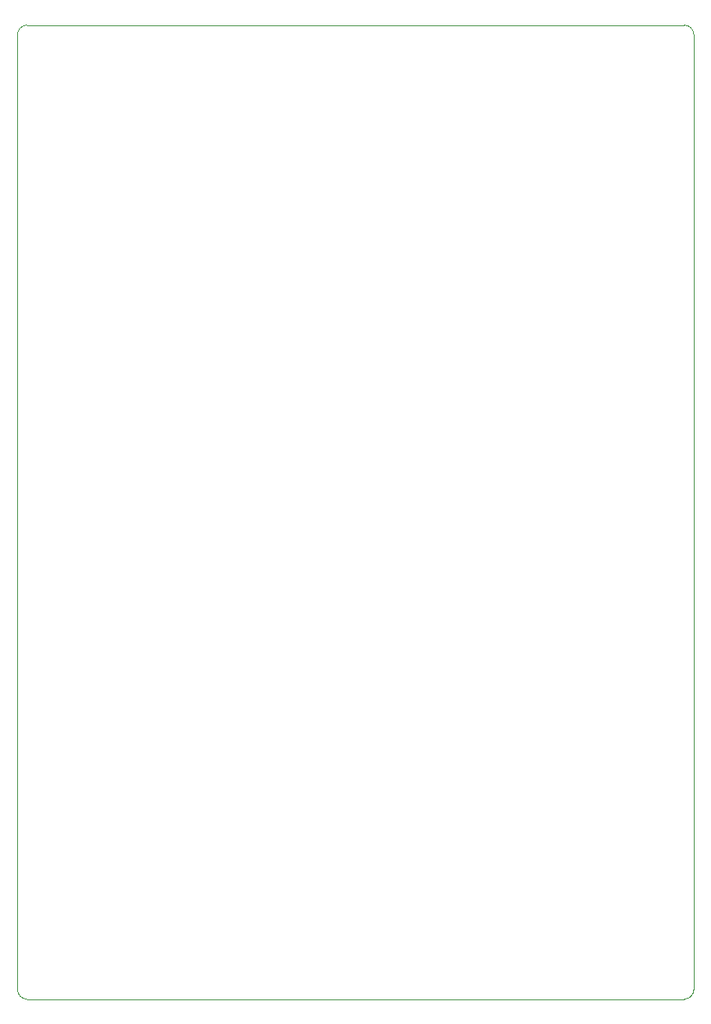
<source format=gm1>
%TF.GenerationSoftware,KiCad,Pcbnew,9.0.1*%
%TF.CreationDate,2025-10-31T14:17:25-04:00*%
%TF.ProjectId,main_display_board,6d61696e-5f64-4697-9370-6c61795f626f,rev?*%
%TF.SameCoordinates,Original*%
%TF.FileFunction,Profile,NP*%
%FSLAX46Y46*%
G04 Gerber Fmt 4.6, Leading zero omitted, Abs format (unit mm)*
G04 Created by KiCad (PCBNEW 9.0.1) date 2025-10-31 14:17:25*
%MOMM*%
%LPD*%
G01*
G04 APERTURE LIST*
%TA.AperFunction,Profile*%
%ADD10C,0.100000*%
%TD*%
G04 APERTURE END LIST*
D10*
X45350000Y-41650000D02*
G75*
G02*
X46350000Y-40650000I1000000J0D01*
G01*
X46350000Y-141400000D02*
G75*
G02*
X45350000Y-140400000I0J1000000D01*
G01*
X47350000Y-40650000D02*
X46350000Y-40650000D01*
X45350000Y-42650000D02*
X45350000Y-41650000D01*
X45350000Y-139400000D02*
X45350000Y-140400000D01*
X47350000Y-141400000D02*
X46350000Y-141400000D01*
X115350000Y-42650000D02*
X115350000Y-139400000D01*
X47850000Y-40650000D02*
X112850000Y-40650000D01*
X47850000Y-40650000D02*
X47350000Y-40650000D01*
X114350000Y-40650000D02*
G75*
G02*
X115350000Y-41650000I0J-1000000D01*
G01*
X112850000Y-40650000D02*
X114350000Y-40650000D01*
X115350000Y-139400000D02*
X115350000Y-140400000D01*
X112850000Y-141400000D02*
X114350000Y-141400000D01*
X115350000Y-140400000D02*
G75*
G02*
X114350000Y-141400000I-1000000J0D01*
G01*
X47850000Y-141400000D02*
X47350000Y-141400000D01*
X45350000Y-139400000D02*
X45350000Y-42650000D01*
X115350000Y-42650000D02*
X115350000Y-41650000D01*
X112850000Y-141400000D02*
X47850000Y-141400000D01*
M02*

</source>
